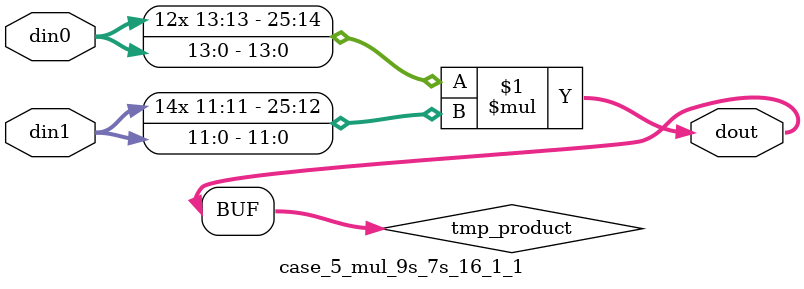
<source format=v>

`timescale 1 ns / 1 ps

 (* use_dsp = "no" *)  module case_5_mul_9s_7s_16_1_1(din0, din1, dout);
parameter ID = 1;
parameter NUM_STAGE = 0;
parameter din0_WIDTH = 14;
parameter din1_WIDTH = 12;
parameter dout_WIDTH = 26;

input [din0_WIDTH - 1 : 0] din0; 
input [din1_WIDTH - 1 : 0] din1; 
output [dout_WIDTH - 1 : 0] dout;

wire signed [dout_WIDTH - 1 : 0] tmp_product;



























assign tmp_product = $signed(din0) * $signed(din1);








assign dout = tmp_product;





















endmodule

</source>
